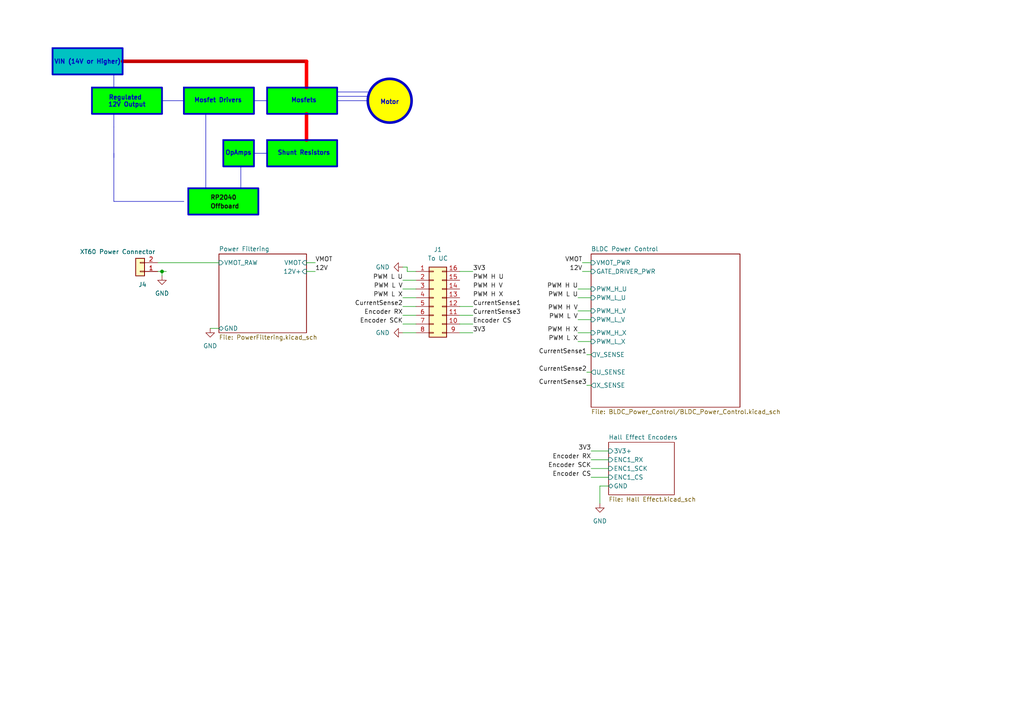
<source format=kicad_sch>
(kicad_sch (version 20231120) (generator "eeschema") (generator_version "8.0")
  (paper "A4")
  (lib_symbols
    (symbol "Connector_Generic:Conn_01x02" (pin_names (offset 1.016) hide)
      (property "Reference" "J" (at 0 2.54 0))
      (property "Value" "Conn_01x02" (at 0 -5.08 0))
      (symbol "Conn_01x02_1_1"
        (rectangle (start -1.27 -2.413) (end 0 -2.667) (stroke (width 0.1524)))
        (rectangle (start -1.27 0.127) (end 0 -0.127) (stroke (width 0.1524)))
        (rectangle (start -1.27 1.27) (end 1.27 -3.81) (stroke (width 0.254)) (fill (type background)))
        (pin passive line (at -5.08 0 0) (length 3.81) (name "Pin_1") (number "1"))
        (pin passive line (at -5.08 -2.54 0) (length 3.81) (name "Pin_2") (number "2"))
      )
    )
    (symbol "Connector_Generic:Conn_02x08_Counter_Clockwise" (pin_names (offset 1.016) hide)
      (property "Reference" "J" (at 1.27 10.16 0))
      (property "Value" "Conn_02x08_Counter_Clockwise" (at 1.27 -12.7 0))
      (symbol "Conn_02x08_Counter_Clockwise_1_1"
        (rectangle (start -1.27 -10.033) (end 0 -10.287) (stroke (width 0.1524)))
        (rectangle (start -1.27 -7.493) (end 0 -7.747) (stroke (width 0.1524)))
        (rectangle (start -1.27 -4.953) (end 0 -5.207) (stroke (width 0.1524)))
        (rectangle (start -1.27 -2.413) (end 0 -2.667) (stroke (width 0.1524)))
        (rectangle (start -1.27 0.127) (end 0 -0.127) (stroke (width 0.1524)))
        (rectangle (start -1.27 2.667) (end 0 2.413) (stroke (width 0.1524)))
        (rectangle (start -1.27 5.207) (end 0 4.953) (stroke (width 0.1524)))
        (rectangle (start -1.27 7.747) (end 0 7.493) (stroke (width 0.1524)))
        (rectangle (start -1.27 8.89) (end 3.81 -11.43) (stroke (width 0.254)) (fill (type background)))
        (rectangle (start 3.81 -10.033) (end 2.54 -10.287) (stroke (width 0.1524)))
        (rectangle (start 3.81 -7.493) (end 2.54 -7.747) (stroke (width 0.1524)))
        (rectangle (start 3.81 -4.953) (end 2.54 -5.207) (stroke (width 0.1524)))
        (rectangle (start 3.81 -2.413) (end 2.54 -2.667) (stroke (width 0.1524)))
        (rectangle (start 3.81 0.127) (end 2.54 -0.127) (stroke (width 0.1524)))
        (rectangle (start 3.81 2.667) (end 2.54 2.413) (stroke (width 0.1524)))
        (rectangle (start 3.81 5.207) (end 2.54 4.953) (stroke (width 0.1524)))
        (rectangle (start 3.81 7.747) (end 2.54 7.493) (stroke (width 0.1524)))
        (pin passive line (at -5.08 7.62 0) (length 3.81) (name "Pin_1") (number "1"))
        (pin passive line (at 7.62 -7.62 180) (length 3.81) (name "Pin_10") (number "10"))
        (pin passive line (at 7.62 -5.08 180) (length 3.81) (name "Pin_11") (number "11"))
        (pin passive line (at 7.62 -2.54 180) (length 3.81) (name "Pin_12") (number "12"))
        (pin passive line (at 7.62 0 180) (length 3.81) (name "Pin_13") (number "13"))
        (pin passive line (at 7.62 2.54 180) (length 3.81) (name "Pin_14") (number "14"))
        (pin passive line (at 7.62 5.08 180) (length 3.81) (name "Pin_15") (number "15"))
        (pin passive line (at 7.62 7.62 180) (length 3.81) (name "Pin_16") (number "16"))
        (pin passive line (at -5.08 5.08 0) (length 3.81) (name "Pin_2") (number "2"))
        (pin passive line (at -5.08 2.54 0) (length 3.81) (name "Pin_3") (number "3"))
        (pin passive line (at -5.08 0 0) (length 3.81) (name "Pin_4") (number "4"))
        (pin passive line (at -5.08 -2.54 0) (length 3.81) (name "Pin_5") (number "5"))
        (pin passive line (at -5.08 -5.08 0) (length 3.81) (name "Pin_6") (number "6"))
        (pin passive line (at -5.08 -7.62 0) (length 3.81) (name "Pin_7") (number "7"))
        (pin passive line (at -5.08 -10.16 0) (length 3.81) (name "Pin_8") (number "8"))
        (pin passive line (at 7.62 -10.16 180) (length 3.81) (name "Pin_9") (number "9"))
      )
    )
    (symbol "power:GND" (power) (pin_names (offset 0))
      (property "Value" "GND" (at 0 -3.81 0))
      (symbol "GND_0_1"
        (polyline (pts (xy 0 0) (xy 0 -1.27) (xy 1.27 -1.27) (xy 0 -2.54) (xy -1.27 -1.27) (xy 0 -1.27)))
      )
      (symbol "GND_1_1"
        (pin power_in line (at 0 0 270) (length 0) hide (name "GND") (number "1"))
      )
    )
  )
  (junction (at 46.99 78.74))
  (wire (pts (xy 45.72 76.2) (xy 63.5 76.2)))
  (polyline (pts (xy 35.56 17.78) (xy 88.9 17.78)) (stroke (width 1.016) (color 194 0 0 1)))
  (wire (pts (xy 116.84 86.36) (xy 120.65 86.36)))
  (wire (pts (xy 116.84 83.82) (xy 120.65 83.82)))
  (wire (pts (xy 167.64 90.17) (xy 171.45 90.17)))
  (wire (pts (xy 170.18 107.95) (xy 171.45 107.95)))
  (wire (pts (xy 167.64 83.82) (xy 171.45 83.82)))
  (wire (pts (xy 170.18 111.76) (xy 171.45 111.76)))
  (wire (pts (xy 46.99 78.74) (xy 48.26 78.74)))
  (polyline (pts (xy 97.79 26.67) (xy 106.68 26.67)))
  (polyline (pts (xy 97.79 29.21) (xy 106.68 29.21)))
  (polyline (pts (xy 33.02 33.02) (xy 33.02 36.83)))
  (polyline (pts (xy 69.85 48.26) (xy 69.85 54.61)))
  (wire (pts (xy 46.99 78.74) (xy 46.99 80.01)))
  (wire (pts (xy 60.96 95.25) (xy 63.5 95.25)))
  (wire (pts (xy 45.72 78.74) (xy 46.99 78.74)))
  (wire (pts (xy 133.35 88.9) (xy 137.16 88.9)))
  (wire (pts (xy 116.84 96.52) (xy 120.65 96.52)))
  (wire (pts (xy 116.84 91.44) (xy 120.65 91.44)))
  (polyline (pts (xy 88.9 33.02) (xy 88.9 40.64)) (stroke (width 1.016) (color 255 0 0 1)))
  (wire (pts (xy 133.35 96.52) (xy 137.16 96.52)))
  (polyline (pts (xy 73.66 29.21) (xy 77.47 29.21)))
  (wire (pts (xy 176.53 130.81) (xy 171.45 130.81)))
  (wire (pts (xy 133.35 91.44) (xy 137.16 91.44)))
  (wire (pts (xy 176.53 140.97) (xy 173.99 140.97)))
  (wire (pts (xy 167.64 86.36) (xy 171.45 86.36)))
  (wire (pts (xy 176.53 138.43) (xy 171.45 138.43)))
  (wire (pts (xy 88.9 78.74) (xy 91.44 78.74)))
  (wire (pts (xy 171.45 133.35) (xy 176.53 133.35)))
  (polyline (pts (xy 46.99 29.21) (xy 53.34 29.21)))
  (wire (pts (xy 116.84 77.47) (xy 118.11 77.47)))
  (polyline (pts (xy 33.02 21.59) (xy 33.02 25.4)))
  (wire (pts (xy 171.45 78.74) (xy 168.91 78.74)))
  (wire (pts (xy 88.9 76.2) (xy 91.44 76.2)))
  (wire (pts (xy 133.35 93.98) (xy 137.16 93.98)))
  (wire (pts (xy 118.11 78.74) (xy 120.65 78.74)))
  (wire (pts (xy 173.99 140.97) (xy 173.99 146.05)))
  (wire (pts (xy 167.64 96.52) (xy 171.45 96.52)))
  (wire (pts (xy 133.35 78.74) (xy 137.16 78.74)))
  (wire (pts (xy 116.84 81.28) (xy 120.65 81.28)))
  (wire (pts (xy 116.84 88.9) (xy 120.65 88.9)))
  (polyline (pts (xy 88.9 17.78) (xy 88.9 25.4)) (stroke (width 1.016) (color 255 0 0 1)))
  (polyline (pts (xy 33.02 44.45) (xy 33.02 58.42)))
  (wire (pts (xy 176.53 135.89) (xy 171.45 135.89)))
  (wire (pts (xy 116.84 93.98) (xy 120.65 93.98)))
  (wire (pts (xy 171.45 76.2) (xy 168.91 76.2)))
  (polyline (pts (xy 33.02 58.42) (xy 53.34 58.42)))
  (wire (pts (xy 167.64 99.06) (xy 171.45 99.06)))
  (polyline (pts (xy 59.69 33.02) (xy 59.69 54.61)))
  (wire (pts (xy 118.11 77.47) (xy 118.11 78.74)))
  (polyline (pts (xy 33.02 36.83) (xy 33.02 45.72)))
  (wire (pts (xy 171.45 102.87) (xy 170.18 102.87)))
  (wire (pts (xy 167.64 92.71) (xy 171.45 92.71)))
  (polyline (pts (xy 97.79 27.94) (xy 106.68 27.94)))
  (polyline (pts (xy 77.47 44.45) (xy 73.66 44.45)))
  (circle (center 113.03 29.21) (radius 6.35) (stroke (width 0.762)) (fill (type color) (color 255 255 0 1)))
  (rectangle (start 64.77 40.64) (end 73.66 48.26) (stroke (width 0.508)) (fill (type color) (color 0 255 0 1)))
  (rectangle (start 77.47 40.64) (end 97.79 48.26) (stroke (width 0.508)) (fill (type color) (color 0 255 0 1)))
  (rectangle (start 53.34 25.4) (end 73.66 33.02) (stroke (width 0.508)) (fill (type color) (color 0 255 0 1)))
  (rectangle (start 26.67 25.4) (end 46.99 33.02) (stroke (width 0.508)) (fill (type color) (color 0 255 0 1)))
  (rectangle (start 54.61 54.61) (end 74.93 62.23) (stroke (width 0.508)) (fill (type color) (color 0 255 0 1)))
  (rectangle (start 77.47 25.4) (end 97.79 33.02) (stroke (width 0.508)) (fill (type color) (color 0 255 0 1)))
  (rectangle (start 15.24 13.97) (end 35.56 21.59) (stroke (width 0.508)) (fill (type color) (color 0 194 194 1)))
  (text "Motor	" (at 115.316 29.718 0) (effects (font (size 1.27 1.27) (bold yes))))
  (text "Mosfets" (at 88.138 29.21 0) (effects (font (size 1.27 1.27) (thickness 0.254) (bold yes))))
  (text "VIN (14V or Higher)" (at 25.4 18.034 0) (effects (font (size 1.27 1.27) (thickness 0.254) (bold yes))))
  (text "OpAmps		" (at 72.898 44.45 0) (effects (font (size 1.27 1.27) (thickness 0.254) (bold yes))))
  (text "Regulated \n12V Output" (at 36.83 29.464 0) (effects (font (size 1.27 1.27) (thickness 0.254) (bold yes))))
  (text "Shunt Resistors" (at 88.138 44.45 0) (effects (font (size 1.27 1.27) (thickness 0.254) (bold yes))))
  (text "Mosfet Drivers" (at 63.246 29.21 0) (effects (font (size 1.27 1.27) (thickness 0.254) (bold yes))))
  (label "12V" (at 168.91 78.74 180))
  (label "3V3" (at 171.45 130.81 180))
  (label "PWM L V" (at 116.84 83.82 180))
  (label "Encoder RX" (at 171.45 133.35 180))
  (label "Encoder SCK" (at 171.45 135.89 180))
  (label "CurrentSense1" (at 137.16 88.9 0))
  (label "PWM H V" (at 137.16 83.82 0))
  (label "PWM L X" (at 116.84 86.36 180))
  (label "PWM L X" (at 167.64 99.06 180))
  (label "3V3" (at 137.16 78.74 0))
  (label "CurrentSense3" (at 137.16 91.44 0))
  (label "Encoder CS" (at 137.16 93.98 0))
  (label "PWM H U" (at 167.64 83.82 180))
  (label "PWM H X" (at 137.16 86.36 0))
  (label "PWM L V" (at 167.64 92.71 180))
  (label "CurrentSense3" (at 170.18 111.76 180))
  (label "Encoder RX" (at 116.84 91.44 180))
  (label "PWM H U" (at 137.16 81.28 0))
  (label "12V" (at 91.44 78.74 0))
  (label "Encoder SCK" (at 116.84 93.98 180))
  (label "RP2040" (at 60.96 58.42 0) (effects (font (thickness 0.254) (bold yes))))
  (label "VMOT" (at 91.44 76.2 0))
  (label "CurrentSense2" (at 170.18 107.95 180))
  (label "PWM H V" (at 167.64 90.17 180))
  (label "Encoder CS" (at 171.45 138.43 180))
  (label "3V3" (at 137.16 96.52 0))
  (label "PWM L U" (at 116.84 81.28 180))
  (label "CurrentSense2" (at 116.84 88.9 180))
  (label "PWM L U" (at 167.64 86.36 180))
  (label "Offboard" (at 60.96 60.96 0) (effects (font (thickness 0.254) (bold yes))))
  (label "PWM H X" (at 167.64 96.52 180))
  (label "VMOT" (at 168.91 76.2 180))
  (label "CurrentSense1" (at 170.18 102.87 180))
  (symbol (lib_id "power:GND") (at 116.84 77.47 270) (mirror x) (unit 1)
    (property "Reference" "#PWR01" (effects (hide yes)))
    (property "Value" "GND" (at 113.03 77.4699 90) (effects (justify right)))
  )
  (symbol (lib_id "power:GND") (at 60.96 95.25 0) (mirror y) (unit 1)
    (property "Reference" "#PWR0102" (effects (hide yes)))
    (property "Value" "GND" (at 60.96 100.33 0))
  )
  (symbol (lib_id "power:GND") (at 116.84 96.52 270) (mirror x) (unit 1)
    (property "Reference" "#PWR02" (effects (hide yes)))
    (property "Value" "GND" (at 113.03 96.5199 90) (effects (justify right)))
  )
  (symbol (lib_id "power:GND") (at 46.99 80.01 0) (mirror y) (unit 1)
    (property "Reference" "#PWR0127" (effects (hide yes)))
    (property "Value" "GND" (at 46.99 85.09 0))
  )
  (symbol (lib_id "power:GND") (at 173.99 146.05 0) (mirror y) (unit 1)
    (property "Reference" "#PWR0107" (effects (hide yes)))
    (property "Value" "GND" (at 173.99 151.13 0))
  )
  (symbol (lib_id "Connector_Generic:Conn_02x08_Counter_Clockwise") (at 125.73 86.36 0) (unit 1)
    (property "Reference" "J1" (at 127 72.39 0))
    (property "Value" "To UC" (at 127 74.93 0))
    (property "Description" "Generic connector, double row, 02x08, counter clockwise pin numbering scheme (similar to DIP package numbering), script generated (kicad-library-utils/schlib/autogen/connector/)" (effects (hide yes)))
  )
  (symbol (lib_id "Connector_Generic:Conn_01x02") (at 40.64 78.74 180) (unit 1)
    (property "Reference" "J4" (at 42.545 82.55 0) (effects (justify left)))
    (property "Value" "XT60 Power Connector" (at 45.085 73.025 0) (effects (justify left)))
    (property "Footprint" "[EastMakes] Connectors:CONN-TH_XT60UPB-M" (effects (hide yes)))
    (property "LCSC" "C428722" (effects (hide yes)))
  )
  (sheet (at 176.53 128.27) (size 19.05 15.24) (stroke (width 0.1524))
    (property "Sheetname" "Hall Effect Encoders" (at 176.53 127.5584 0) (effects (justify left bottom)))
    (property "Sheetfile" "Hall Effect.kicad_sch" (at 176.53 144.0946 0) (effects (justify left top)))
    (pin "3V3+" input (at 176.53 130.81 180))
    (pin "GND" bidirectional (at 176.53 140.97 180))
    (pin "ENC1_RX" input (at 176.53 133.35 180))
    (pin "ENC1_CS" input (at 176.53 138.43 180))
    (pin "ENC1_SCK" input (at 176.53 135.89 180))
  )
  (sheet (at 63.5 73.66) (size 25.4 22.86) (stroke (width 0.1524))
    (property "Sheetname" "Power Filtering" (at 63.5 72.9484 0) (effects (justify left bottom)))
    (property "Sheetfile" "PowerFiltering.kicad_sch" (at 63.5 97.1046 0) (effects (justify left top)))
    (pin "12V+" input (at 88.9 78.74 0))
    (pin "GND" bidirectional (at 63.5 95.25 180))
    (pin "VMOT" input (at 88.9 76.2 0))
    (pin "VMOT_RAW" input (at 63.5 76.2 180))
  )
  (sheet (at 171.45 73.66) (size 43.18 44.45) (stroke (width 0.1524))
    (property "Sheetname" "BLDC Power Control" (at 171.45 72.9484 0) (effects (justify left bottom)))
    (property "Sheetfile" "BLDC_Power_Control/BLDC_Power_Control.kicad_sch" (at 171.45 118.6946 0) (effects (justify left top)))
    (pin "PWM_H_U" input (at 171.45 83.82 180))
    (pin "PWM_L_U" input (at 171.45 86.36 180))
    (pin "PWM_L_V" input (at 171.45 92.71 180))
    (pin "PWM_H_V" input (at 171.45 90.17 180))
    (pin "PWM_H_X" input (at 171.45 96.52 180))
    (pin "PWM_L_X" input (at 171.45 99.06 180))
    (pin "V_SENSE" output (at 171.45 102.87 180))
    (pin "U_SENSE" output (at 171.45 107.95 180))
    (pin "GATE_DRIVER_PWR" input (at 171.45 78.74 180))
    (pin "VMOT_PWR" input (at 171.45 76.2 180))
    (pin "X_SENSE" output (at 171.45 111.76 180))
  )
)
</source>
